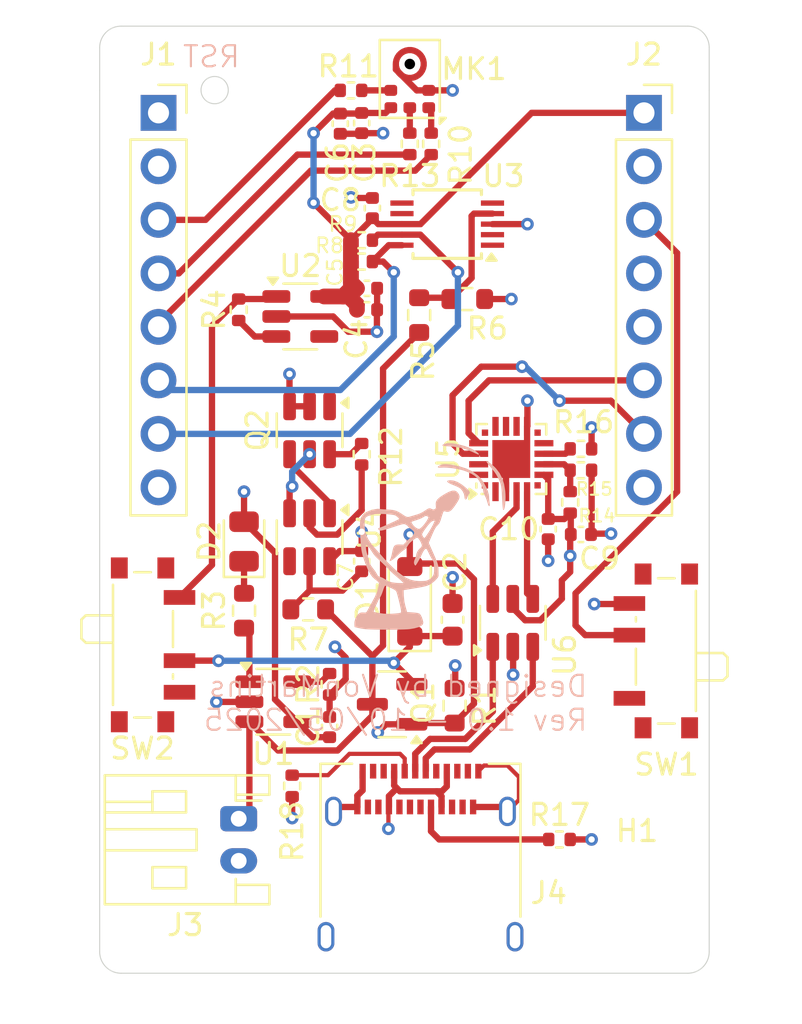
<source format=kicad_pcb>
(kicad_pcb (version 20241229) (generator "pcbnew") (generator_version "9.0")
  (layers (0 "F.Cu" signal) (4 "In1.Cu" signal) (6 "In2.Cu" signal) (2 "B.Cu" signal) (13 "F.Paste" user) (15 "B.Paste" user) (5 "F.SilkS" user "F.Silkscreen") (7 "B.SilkS" user "B.Silkscreen") (1 "F.Mask" user) (3 "B.Mask" user) (25 "Edge.Cuts" user))
  (net 0 "")
  (net 1 "Net-(MK1-DATA)")
  (net 2 "GND")
  (net 3 "Net-(MK1-BCLK)")
  (net 4 "Net-(MK1-WS)")
  (net 5 "+3.3V")
  (net 6 "VBUS")
  (net 7 "Net-(U4-VCC)")
  (net 8 "+BATT")
  (net 9 "Net-(U3-AIN0)")
  (net 10 "Net-(D2-K)")
  (net 11 "Net-(U1-STAT)")
  (net 12 "Net-(U1-PROG)")
  (net 13 "Net-(J4-CC1)")
  (net 14 "Net-(J4-CC2)")
  (net 15 "Net-(U5-~{RST})")
  (net 16 "I2C_SDA")
  (net 17 "Net-(U5-VBUS)")
  (net 18 "I2S_WS")
  (net 19 "Net-(U4-CS)")
  (net 20 "Net-(Q2-Pad6)")
  (net 22 "I2C_SCL")
  (net 23 "Net-(U2-EN)")
  (net 24 "Net-(SW2-A)")
  (net 25 "USB_D+")
  (net 26 "USB_CONN_D-")
  (net 27 "USB_D-")
  (net 28 "USB_CONN_D+")
  (net 29 "Net-(U4-OC)")
  (net 30 "Net-(U4-OD)")
  (net 34 "Net-(D1-K)")
  (net 40 "VDD")
  (net 42 "UART_USB_RX")
  (net 52 "UART_USB_TX")
  (net 55 "io00")
  (net 57 "I2S_DATA")
  (net 60 "I2S_BCLK")
  (footprint "Capacitor_SMD:C_0402_1005Metric" (layer "F.Cu") (at 137.16 75.438)
    (property "Reference" "C5")
    (property "Value" "10u")
  )
  (footprint "Capacitor_SMD:C_0402_1005Metric" (layer "F.Cu") (at 136.906 67.592 -90)
    (property "Reference" "C3")
    (property "Value" "100n")
  )
  (footprint "Capacitor_SMD:C_0402_1005Metric" (layer "F.Cu") (at 137.16 76.454)
    (property "Reference" "C4")
    (property "Value" "1u")
  )
  (footprint "Resistor_SMD:R_0402_1005Metric" (layer "F.Cu") (at 147.322 83.058 180)
    (property "Reference" "R16")
    (property "Value" "1k")
  )
  (footprint "Capacitor_SMD:C_0402_1005Metric" (layer "F.Cu") (at 135.382 96.266 90)
    (property "Reference" "C1")
    (property "Value" "100n")
  )
  (footprint "Resistor_SMD:R_0402_1005Metric" (layer "F.Cu") (at 133.604 99.058 -90)
    (property "Reference" "R18")
    (property "Value" "5.1k")
  )
  (footprint "Resistor_SMD:R_0402_1005Metric" (layer "F.Cu") (at 136.904 74.168 180)
    (property "Reference" "R8")
    (property "Value" "4.7k")
  )
  (footprint "Package_TO_SOT_SMD:SOT-23" (layer "F.Cu") (at 138.3515 95.184 180)
    (property "Reference" "Q1")
    (property "Value" "AO3401A")
  )
  (footprint "Resistor_SMD:R_0402_1005Metric" (layer "F.Cu") (at 140.208 68.58 -90)
    (property "Reference" "R10")
    (property "Value" "51")
  )
  (footprint "Connector_JST:JST_PH_S2B-PH-K_1x02_P2.00mm_Horizontal" (layer "F.Cu") (at 131.064 100.616 -90)
    (property "Reference" "J3")
    (property "Value" "JST-PH")
  )
  (footprint "Diode_SMD:D_SOD-123" (layer "F.Cu") (at 139.192 90.296 90)
    (property "Reference" "D1")
    (property "Value" "D_Schottky_Small")
  )
  (footprint "Package_TO_SOT_SMD:SOT-23-6" (layer "F.Cu") (at 144.084 91.3185 90)
    (property "Reference" "U6")
    (property "Value" "USBLC6-2SC6")
  )
  (footprint "Package_DFN_QFN:SiliconLabs_QFN-20-1EP_3x3mm_P0.5mm_EP1.8x1.8mm" (layer "F.Cu") (at 144.014 83.54 90)
    (property "Reference" "U5")
    (property "Value" "CP2102N-Axx-xQFN20")
  )
  (footprint "Resistor_SMD:R_0603_1608Metric" (layer "F.Cu") (at 139.637 76.708 -90)
    (property "Reference" "R5")
    (property "Value" "100k")
  )
  (footprint "Resistor_SMD:R_0603_1608Metric" (layer "F.Cu") (at 131.318 90.741 90)
    (property "Reference" "R3")
    (property "Value" "470")
  )
  (footprint "Package_TO_SOT_SMD:SOT-23-5" (layer "F.Cu") (at 133.9905 76.774)
    (property "Reference" "U2")
    (property "Value" "AP2112K-3.3")
  )
  (footprint "Resistor_SMD:R_0402_1005Metric" (layer "F.Cu") (at 147.32 84.074)
    (property "Reference" "R15")
    (property "Value" "47k")
  )
  (footprint "Button_Switch_SMD:SW_SPDT_PCM12" (layer "F.Cu") (at 126.822 92.362 -90)
    (property "Reference" "SW2")
    (property "Value" "SW_SPDT")
  )
  (footprint "Resistor_SMD:R_0402_1005Metric" (layer "F.Cu") (at 135.382 94.234 90)
    (property "Reference" "R2")
    (property "Value" "2k")
  )
  (footprint "Resistor_SMD:R_0402_1005Metric" (layer "F.Cu") (at 136.906 83.312 90)
    (property "Reference" "R12")
    (property "Value" "1k")
  )
  (footprint "MountingHole:MountingHole_2.2mm_M2" (layer "F.Cu") (at 149.987 104.394)
    (property "Reference" "H1")
    (property "Value" "MountingHole")
  )
  (footprint "Resistor_SMD:R_0603_1608Metric" (layer "F.Cu") (at 134.366 90.678 180)
    (property "Reference" "R7")
    (property "Value" "100")
  )
  (footprint "Capacitor_SMD:C_0402_1005Metric" (layer "F.Cu") (at 145.768 86.868 -90)
    (property "Reference" "C10")
    (property "Value" "100n")
  )
  (footprint "Capacitor_SMD:C_0402_1005Metric" (layer "F.Cu") (at 135.89 67.62 -90)
    (property "Reference" "C6")
    (property "Value" "200p")
  )
  (footprint "Resistor_SMD:R_0402_1005Metric" (layer "F.Cu") (at 146.302 101.6)
    (property "Reference" "R17")
    (property "Value" "5.1k")
  )
  (footprint "Resistor_SMD:R_0603_1608Metric" (layer "F.Cu") (at 141.321 95.25 -90)
    (property "Reference" "R1")
    (property "Value" "10k")
  )
  (footprint "Resistor_SMD:R_0402_1005Metric" (layer "F.Cu") (at 146.812 85.598 90)
    (property "Reference" "R14")
    (property "Value" "22k")
  )
  (footprint "Package_TO_SOT_SMD:SOT-23-6" (layer "F.Cu") (at 134.432 82.1745 -90)
    (property "Reference" "Q2")
    (property "Value" "FS8205A")
  )
  (footprint "Resistor_SMD:R_0402_1005Metric" (layer "F.Cu") (at 136.906 73.152 180)
    (property "Reference" "R9")
    (property "Value" "4.7k")
  )
  (footprint "Capacitor_SMD:C_0402_1005Metric" (layer "F.Cu") (at 147.32 87.122)
    (property "Reference" "C9")
    (property "Value" "4.7u")
  )
  (footprint "Capacitor_SMD:C_0603_1608Metric" (layer "F.Cu") (at 141.224 91.173 90)
    (property "Reference" "C2")
    (property "Value" "1u")
  )
  (footprint "Resistor_SMD:R_0402_1005Metric" (layer "F.Cu") (at 136.398 66.04 180)
    (property "Reference" "R11")
    (property "Value" "51")
  )
  (footprint "Resistor_SMD:R_0402_1005Metric" (layer "F.Cu") (at 139.192 68.58 -90)
    (property "Reference" "R13")
    (property "Value" "51")
  )
  (footprint "Button_Switch_SMD:SW_SPDT_PCM12" (layer "F.Cu") (at 151.054 92.65 90)
    (property "Reference" "SW1")
    (property "Value" "SW_SPDT")
  )
  (footprint "Package_TO_SOT_SMD:SOT-23-6" (layer "F.Cu") (at 134.432 87.2545 -90)
    (property "Reference" "U4")
    (property "Value" "DW01A")
  )
  (footprint "LED_SMD:LED_0805_2012Metric" (layer "F.Cu") (at 131.318 87.4545 90)
    (property "Reference" "D2")
    (property "Value" "LED")
  )
  (footprint "Package_SO:TSSOP-10_3x3mm_P0.5mm" (layer "F.Cu") (at 140.97 72.39 180)
    (property "Reference" "U3")
    (property "Value" "ADS1115IDGS")
  )
  (footprint "Package_TO_SOT_SMD:SOT-23-5" (layer "F.Cu") (at 132.7095 95.062)
    (property "Reference" "U1")
    (property "Value" "MCP73831-2-OT")
  )
  (footprint "Capacitor_SMD:C_0402_1005Metric" (layer "F.Cu") (at 136.906 88.392 90)
    (property "Reference" "C7")
    (property "Value" "100n")
  )
  (footprint "Connector_USB:USB_C_Receptacle_Amphenol_12401610E4-2A" (layer "F.Cu") (at 139.7 103.378)
    (property "Reference" "J4")
    (property "Value" "USB_C_Receptacle_USB2.0_14P")
  )
  (footprint "Resistor_SMD:R_0603_1608Metric" (layer "F.Cu") (at 141.923 75.946 180)
    (property "Reference" "R6")
    (property "Value" "100k")
  )
  (footprint "Sensor_Audio:Knowles_SPH0645LM4H-6_3.5x2.65mm" (layer "F.Cu") (at 139.192 65.498 180)
    (property "Reference" "MK1")
    (property "Value" "SPH0645LM4H")
  )
  (footprint "Connector_PinSocket_2.54mm:PinSocket_1x08_P2.54mm_Vertical" (layer "F.Cu") (at 150.3172 67.1068)
    (property "Reference" "J2")
    (property "Value" "Conn_01x08_Socket")
  )
  (footprint "LOGO" (layer "F.Cu") (at 139.065 88.011)
    (property "Reference" "G***" (hide yes))
    (property "Value" "LOGO" (hide yes))
  )
  (footprint "Capacitor_SMD:C_0402_1005Metric" (layer "F.Cu") (at 137.414 71.628 90)
    (property "Reference" "C8")
    (property "Value" "100n")
  )
  (footprint "Resistor_SMD:R_0402_1005Metric" (layer "F.Cu") (at 131.064 76.454 90)
    (property "Reference" "R4")
    (property "Value" "100k")
  )
  (footprint "Connector_PinSocket_2.54mm:PinSocket_1x08_P2.54mm_Vertical" (layer "F.Cu") (at 127.254 67.1068)
    (property "Reference" "J1")
    (property "Value" "Conn_01x08_Socket")
  )
  (gr_arc (start 153.416 106.934) (mid 153.11842 107.65242) (end 152.4 107.95) (stroke (width 0.05)) (layer "Edge.Cuts"))
  (gr_arc (start 124.46 64.008) (mid 124.75758 63.28958) (end 125.476 62.992) (stroke (width 0.05)) (layer "Edge.Cuts"))
  (gr_line (start 153.416 106.934) (end 153.416 66.04) (stroke (width 0.05)) (layer "Edge.Cuts"))
  (gr_arc (start 152.4 62.992) (mid 153.11842 63.28958) (end 153.416 64.008) (stroke (width 0.05)) (layer "Edge.Cuts"))
  (gr_line (start 124.46 66.04) (end 124.46 106.934) (stroke (width 0.05)) (layer "Edge.Cuts"))
  (gr_line (start 124.46 66.04) (end 124.46 64.008) (stroke (width 0.05)) (layer "Edge.Cuts"))
  (gr_line (start 152.4 62.992) (end 125.476 62.992) (stroke (width 0.05)) (layer "Edge.Cuts"))
  (gr_arc (start 125.476 107.95) (mid 124.75758 107.65242) (end 124.46 106.934) (stroke (width 0.05)) (layer "Edge.Cuts"))
  (gr_circle (center 129.921 66.027425) (end 130.556 66.154425) (stroke (width 0.05)) (fill no) (layer "Edge.Cuts"))
  (gr_line (start 125.476 107.95) (end 152.4 107.95) (stroke (width 0.05)) (layer "Edge.Cuts"))
  (gr_line (start 153.416 66.04) (end 153.416 64.008) (stroke (width 0.05)) (layer "Edge.Cuts"))
  (gr_text "Designed by VonMartins \nRev 1.0 - 10/05/2025" (at 147.701 96.52 0) (layer "B.SilkS") (effects (font (size 1 1) (thickness 0.1)) (justify left bottom mirror)))
  (gr_text "RST" (at 131.191 65.024 0) (layer "B.SilkS") (effects (font (size 1 1) (thickness 0.1)) (justify left bottom mirror)))
  (segment (start 139.192 68.07) (end 139.192 66.862) (width 0.3) (layer "F.Cu") (net 1))
  (segment (start 135.382 88.392) (end 135.862 87.912) (width 0.3) (layer "F.Cu") (net 2))
  (segment (start 135.78 100.058) (end 135.57 100.268) (width 0.3) (layer "F.Cu") (net 2))
  (segment (start 142.45 98.358) (end 142.716 98.092) (width 0.2) (layer "F.Cu") (net 2))
  (segment (start 136.95 99.27) (end 136.95 98.358) (width 0.3) (layer "F.Cu") (net 2))
  (segment (start 144.1009 92.4729) (end 144.084 92.456) (width 0.3) (layer "F.Cu") (net 2))
  (segment (start 131.563435 95.070565) (end 131.572 95.062) (width 0.3) (layer "F.Cu") (net 2))
  (segment (start 136.144 92.964) (end 135.636 92.456) (width 0.3) (layer "F.Cu") (net 2))
  (segment (start 144.764 81.99) (end 144.764 82.79) (width 0.3) (layer "F.Cu") (net 2))
  (segment (start 149.6 90.424) (end 149.624 90.4) (width 0.3) (layer "F.Cu") (net 2))
  (segment (start 142.748 75.946) (end 144.018 75.946) (width 0.3) (layer "F.Cu") (net 2))
  (segment (start 135.382 94.744) (end 136.144 93.982) (width 0.3) (layer "F.Cu") (net 2))
  (segment (start 137.64 76.454) (end 137.64 75.438) (width 0.3) (layer "F.Cu") (net 2))
  (segment (start 137.922 68.072) (end 136.906 68.072) (width 0.3) (layer "F.Cu") (net 2))
  (segment (start 141.351 93.345) (end 141.351 94.395) (width 0.3) (layer "F.Cu") (net 2))
  (segment (start 136.144 93.982) (end 136.144 92.964) (width 0.3) (layer "F.Cu") (net 2))
  (segment (start 140.092 66.04) (end 139.523347 66.04) (width 0.3) (layer "F.Cu") (net 2))
  (segment (start 136.906 87.912) (end 136.906 86.995) (width 0.3) (layer "F.Cu") (net 2))
  (segment (start 133.477 81.032) (end 133.482 81.037) (width 0.3) (layer "F.Cu") (net 2))
  (segment (start 138.53 65.046653) (end 138.53 64.788) (width 0.3) (layer "F.Cu") (net 2))
  (segment (start 142.2 100.058) (end 143.62 100.058) (width 0.3) (layer "F.Cu") (net 2))
  (segment (start 143.833562 98.092) (end 144.376 98.634438) (width 0.2) (layer "F.Cu") (net 2))
  (segment (start 141.224 89.154) (end 141.224 90.398) (width 0.3) (layer "F.Cu") (net 2))
  (segment (start 143.764 85.09) (end 143.764 83.79) (width 0.3) (layer "F.Cu") (net 2))
  (segment (start 144.376 99.722) (end 143.83 100.268) (width 0.2) (layer "F.Cu") (net 2))
  (segment (start 135.41 95.758) (end 135.382 95.786) (width 0.3) (layer "F.Cu") (net 2))
  (segment (start 136.7 100.058) (end 135.78 100.058) (width 0.3) (layer "F.Cu") (net 2))
  (segment (start 130.004138 95.070565) (end 131.563435 95.070565) (width 0.3) (layer "F.Cu") (net 2))
  (segment (start 144.78 80.772) (end 144.78 81.974) (width 0.3) (layer "F.Cu") (net 2))
  (segment (start 148.751468 87.082303) (end 147.839697 87.082303) (width 0.3) (layer "F.Cu") (net 2))
  (segment (start 136.878 68.1) (end 136.906 68.072) (width 0.3) (layer "F.Cu") (net 2))
  (segment (start 135.553178 76.774) (end 136.274905 77.495727) (width 0.3) (layer "F.Cu") (net 2))
  (segment (start 136.7 100.058) (end 136.7 99.52) (width 0.3) (layer "F.Cu") (net 2))
  (segment (start 137.629889 77.495727) (end 137.629889 76.464111) (width 0.3) (layer "F.Cu") (net 2))
  (segment (start 144.78 81.974) (end 144.764 81.99) (width 0.3) (layer "F.Cu") (net 2))
  (segment (start 134.432 81.037) (end 133.482 81.037) (width 0.3) (layer "F.Cu") (net 2))
  (segment (start 137.414 71.148) (end 136.426 71.148) (width 0.3) (layer "F.Cu") (net 2))
  (segment (start 139.523347 66.04) (end 138.53 65.046653) (width 0.3) (layer "F.Cu") (net 2))
  (segment (start 142.716 98.092) (end 143.833562 98.092) (width 0.2) (layer "F.Cu") (net 2))
  (segment (start 133.604 99.568) (end 133.604 100.584) (width 0.3) (layer "F.Cu") (net 2))
  (segment (start 143.12 72.39) (end 144.78 72.39) (width 0.3) (layer "F.Cu") (net 2))
  (segment (start 145.764465 88.370168) (end 145.764465 87.351535) (width 0.3) (layer "F.Cu") (net 2))
  (segment (start 146.812 101.6) (end 147.828 101.6) (width 0.3) (layer "F.Cu") (net 2))
  (segment (start 144.1009 93.778834) (end 144.1009 92.4729) (width 0.3) (layer "F.Cu") (net 2))
  (segment (start 147.83 87.092) (end 147.8 87.122) (width 0.3) (layer "F.Cu") (net 2))
  (segment (start 137.629889 76.464111) (end 137.64 76.454) (width 0.3) (layer "F.Cu") (net 2))
  (segment (start 147.83 84.074) (end 147.83 87.092) (width 0.3) (layer "F.Cu") (net 2))
  (segment (start 141.351 94.395) (end 141.321 94.425) (width 0.3) (layer "F.Cu") (net 2))
  (segment (start 145.764465 87.351535) (end 145.768 87.348) (width 0.3) (layer "F.Cu") (net 2))
  (segment (start 135.862 87.912) (end 136.906 87.912) (width 0.3) (layer "F.Cu") (net 2))
  (segment (start 135.89 68.1) (end 136.878 68.1) (width 0.3) (layer "F.Cu") (net 2))
  (segment (start 136.274905 77.495727) (end 137.629889 77.495727) (width 0.3) (layer "F.Cu") (net 2))
  (segment (start 136.426 71.148) (end 136.398 71.12) (width 0.3) (layer "F.Cu") (net 2))
  (segment (start 144.764 82.79) (end 144.014 83.54) (width 0.3) (layer "F.Cu") (net 2))
  (segment (start 135.382 94.744) (end 135.382 95.786) (width 0.3) (layer "F.Cu") (net 2))
  (segment (start 144.376 98.634438) (end 144.376 99.722) (width 0.2) (layer "F.Cu") (net 2))
  (segment (start 141.224 66.04) (end 140.092 66.04) (width 0.3) (layer "F.Cu") (net 2))
  (segment (start 147.955 90.424) (end 149.6 90.424) (width 0.3) (layer "F.Cu") (net 2))
  (segment (start 143.764 83.79) (end 144.014 83.54) (width 0.3) (layer "F.Cu") (net 2))
  (segment (start 132.853 76.774) (end 135.553178 76.774) (width 0.3) (layer "F.Cu") (net 2))
  (segment (start 133.477 79.502) (end 133.477 81.032) (width 0.3) (layer "F.Cu") (net 2))
  (segment (start 147.839697 87.082303) (end 147.8 87.122) (width 0.3) (layer "F.Cu") (net 2))
  (segment (start 136.7 99.52) (end 136.95 99.27) (width 0.3) (layer "F.Cu") (net 2))
  (segment (start 143.62 100.058) (end 143.83 100.268) (width 0.3) (layer "F.Cu") (net 2))
  (via (at 136.906 86.995) (size 0.6) (drill 0.3) (layers "F.Cu" "B.Cu") (net 2))
  (via (at 144.1009 93.778834) (size 0.6) (drill 0.3) (layers "F.Cu" "B.Cu") (net 2))
  (via (at 137.629889 77.495727) (size 0.6) (drill 0.3) (layers "F.Cu" "B.Cu") (net 2))
  (via (at 147.828 101.6) (size 0.6) (drill 0.3) (layers "F.Cu" "B.Cu") (net 2))
  (via (at 148.751468 87.082303) (size 0.6) (drill 0.3) (layers "F.Cu" "B.Cu") (net 2))
  (via (at 145.764465 88.370168) (size 0.6) (drill 0.3) (layers "F.Cu" "B.Cu") (net 2))
  (via (at 144.78 72.39) (size 0.6) (drill 0.3) (layers "F.Cu" "B.Cu") (net 2))
  (via (at 130.004138 95.070565) (size 0.6) (drill 0.3) (layers "F.Cu" "B.Cu") (net 2))
  (via (at 135.636 92.456) (size 0.6) (drill 0.3) (layers "F.Cu" "B.Cu") (net 2))
  (via (at 133.477 79.502) (size 0.6) (drill 0.3) (layers "F.Cu" "B.Cu") (net 2))
  (via (at 137.922 68.072) (size 0.6) (drill 0.3) (layers "F.Cu" "B.Cu") (net 2))
  (via (at 141.224 89.154) (size 0.6) (drill 0.3) (layers "F.Cu" "B.Cu") (net 2))
  (via (at 141.224 66.04) (size 0.6) (drill 0.3) (layers "F.Cu" "B.Cu") (net 2))
  (via (at 144.78 80.772) (size 0.6) (drill 0.3) (layers "F.Cu" "B.Cu") (net 2))
  (via (at 136.398 71.12) (size 0.6) (drill 0.3) (layers "F.Cu" "B.Cu") (net 2))
  (via (at 144.018 75.946) (size 0.6) (drill 0.3) (layers "F.Cu" "B.Cu") (net 2))
  (via (at 133.604 100.584) (size 0.6) (drill 0.3) (layers "F.Cu" "B.Cu") (net 2))
  (via (at 147.955 90.424) (size 0.6) (drill 0.3) (layers "F.Cu" "B.Cu") (net 2))
  (via (at 141.351 93.345) (size 0.6) (drill 0.3) (layers "F.Cu" "B.Cu") (net 2))
  (segment (start 136.908 66.04) (end 138.292 66.04) (width 0.3) (layer "F.Cu") (net 3))
  (segment (start 140.208 68.07) (end 140.208 66.978) (width 0.3) (layer "F.Cu") (net 4))
  (segment (start 140.208 66.978) (end 140.092 66.862) (width 0.3) (layer "F.Cu") (net 4))
  (segment (start 138.82 72.39) (end 139.697 72.39) (width 0.3) (layer "F.Cu") (net 5))
  (segment (start 136.906 67.112) (end 138.042 67.112) (width 0.3) (layer "F.Cu") (net 5))
  (segment (start 136.68 75.438) (end 136.394 75.152) (width 0.75) (layer "F.Cu") (net 5))
  (segment (start 136.394 75.447) (end 136.017 75.824) (width 0.75) (layer "F.Cu") (net 5))
  (segment (start 136.294 75.824) (end 136.68 75.438) (width 0.75) (layer "F.Cu") (net 5))
  (segment (start 135.89 67.14) (end 135.552 67.14) (width 0.3) (layer "F.Cu") (net 5))
  (segment (start 136.394 75.152) (end 136.396 75.15) (width 0.75) (layer "F.Cu") (net 5))
  (segment (start 136.396 74.166) (end 136.394 74.168) (width 0.3) (layer "F.Cu") (net 5))
  (segment (start 135.128 75.824) (end 136.017 75.824) (width 0.75) (layer "F.Cu") (net 5))
  (segment (start 136.394 75.152) (end 136.394 74.168) (width 0.75) (layer "F.Cu") (net 5))
  (segment (start 144.9802 67.1068) (end 150.3172 67.1068) (width 0.3) (layer "F.Cu") (net 5))
  (segment (start 136.878 67.14) (end 136.906 67.112) (width 0.3) (layer "F.Cu") (net 5))
  (segment (start 137.414 72.134) (end 136.396 73.152) (width 0.3) (layer "F.Cu") (net 5))
  (segment (start 138.82 72.39) (end 137.696 72.39) (width 0.3) (layer "F.Cu") (net 5))
  (segment (start 135.552 67.14) (end 134.62 68.072) (width 0.3) (layer "F.Cu") (net 5))
  (segment (start 135.89 67.14) (end 136.878 67.14) (width 0.3) (layer "F.Cu") (net 5))
  (segment (start 137.696 72.39) (end 137.414 72.108) (width 0.3) (layer "F.Cu") (net 5))
  (segment (start 136.68 76.21) (end 136.294 75.824) (width 0.75) (layer "F.Cu") (net 5))
  (segment (start 136.68 76.454) (end 136.68 76.21) (width 0.75) (layer "F.Cu") (net 5))
  (segment (start 136.017 75.824) (end 136.294 75.824) (width 0.75) (layer "F.Cu") (net 5))
  (segment (start 134.62 71.374) (end 134.62 71.376) (width 0.3) (layer "F.Cu") (net 5))
  (segment (start 136.394 75.152) (end 136.394 75.447) (width 0.75) (layer "F.Cu") (net 5))
  (segment (start 134.62 71.376) (end 136.396 73.152) (width 0.3) (layer "F.Cu") (net 5))
  (segment (start 136.396 75.15) (end 136.396 73.152) (width 0.75) (layer "F.Cu") (net 5))
  (segment (start 139.697 72.39) (end 144.9802 67.1068) (width 0.3) (layer "F.Cu") (net 5))
  (segment (start 138.042 67.112) (end 138.292 66.862) (width 0.3) (layer "F.Cu") (net 5))
  (segment (start 137.414 72.108) (end 137.414 72.134) (width 0.3) (layer "F.Cu") (net 5))
  (via (at 134.62 71.374) (size 0.6) (drill 0.3) (layers "F.Cu" "B.Cu") (net 5))
  (via (at 134.62 68.072) (size 0.6) (drill 0.3) (layers "F.Cu" "B.Cu") (net 5))
  (segment (start 134.62 68.072) (end 134.62 71.374) (width 0.3) (layer "B.Cu") (net 5))
  (segment (start 141.493654 88.503) (end 139.335 88.503) (width 0.3) (layer "F.Cu") (net 6))
  (segment (start 141.321 96.075) (end 142.24 95.156) (width 0.3) (layer "F.Cu") (net 6))
  (segment (start 135.382 96.746) (end 134.581 96.746) (width 0.3) (layer "F.Cu") (net 6))
  (segment (start 146.812 88.138) (end 146.812 87.15) (width 0.3) (layer "F.Cu") (net 6))
  (segment (start 138.45 98.358) (end 138.45 99.04) (width 0.3) (layer "F.Cu") (net 6))
  (segment (start 139.192 87.122) (end 139.192 88.646) (width 0.3) (layer "F.Cu") (net 6))
  (segment (start 147.828 83.054) (end 147.832 83.058) (width 0.3) (layer "F.Cu") (net 6))
  (segment (start 139.348 96.075) (end 139.289 96.134) (width 0.3) (layer "F.Cu") (net 6))
  (segment (start 140.716 99.314) (end 140.95 99.08) (width 0.3) (layer "F.Cu") (net 6))
  (segment (start 145.768 86.388) (end 145.768 84.494) (width 0.3) (layer "F.Cu") (net 6))
  (segment (start 140.95 99.08) (end 140.95 98.358) (width 0.3) (layer "F.Cu") (net 6))
  (segment (start 138.176 101.092) (end 138.176 100.082) (width 0.2) (layer "F.Cu") (net 6))
  (segment (start 146.415465 89.296535) (end 146.812 88.9) (width 0.3) (layer "F.Cu") (net 6))
  (segment (start 146.84 86.136) (end 146.812 86.108) (width 0.3) (layer "F.Cu") (net 6))
  (segment (start 134.581 96.746) (end 133.847 96.012) (width 0.3) (layer "F.Cu") (net 6))
  (segment (start 144.084 90.606178) (end 144.672322 91.1945) (width 0.3) (layer "F.Cu") (net 6))
  (segment (start 139.335 88.503) (end 139.192 88.646) (width 0.3) (layer "F.Cu") (net 6))
  (segment (start 131.318 85.09) (end 131.318 86.517) (width 0.3) (layer "F.Cu") (net 6))
  (segment (start 145.768 84.494) (end 145.564 84.29) (width 0.3) (layer "F.Cu") (net 6))
  (segment (start 141.321 96.075) (end 139.348 96.075) (width 0.3) (layer "F.Cu") (net 6))
  (segment (start 139.289 96.134) (end 138.054 96.134) (width 0.3) (layer "F.Cu") (net 6))
  (segment (start 145.395678 91.1945) (end 146.415465 90.174713) (width 0.3) (layer "F.Cu") (net 6))
  (segment (start 140.7 100.058) (end 140.7 99.552) (width 0.3) (layer "F.Cu") (net 6))
  (segment (start 138.054 96.134) (end 137.668 96.52) (width 0.3) (layer "F.Cu") (net 6))
  (segment (start 138.2 100.058) (end 138.2 99.544) (width 0.3) (layer "F.Cu") (net 6))
  (segment (start 144.672322 91.1945) (end 145.395678 91.1945) (width 0.3) (layer "F.Cu") (net 6))
  (segment (start 144.084 90.181) (end 144.084 90.606178) (width 0.3) (layer "F.Cu") (net 6))
  (segment (start 138.2 99.544) (end 138.577 99.167) (width 0.3) (layer "F.Cu") (net 6))
  (segment (start 146.84 87.122) (end 146.84 86.136) (width 0.3) (layer "F.Cu") (net 6))
  (segment (start 138.724 99.314) (end 140.462 99.314) (width 0.3) (layer "F.Cu") (net 6))
  (segment (start 138.176 100.082) (end 138.2 100.058) (width 0.2) (layer "F.Cu") (net 6))
  (segment (start 142.24 89.249346) (end 141.493654 88.503) (width 0.3) (layer "F.Cu") (net 6))
  (segment (start 146.532 86.388) (end 146.812 86.108) (width 0.3) (layer "F.Cu") (net 6))
  (segment (start 142.24 95.156) (end 142.24 89.249346) (width 0.3) (layer "F.Cu") (net 6))
  (segment (start 132.79 87.989) (end 131.3665 86.5655) (width 0.3) (layer "F.Cu") (net 6))
  (segment (start 146.812 88.9) (end 146.812 88.138) (width 0.3) (layer "F.Cu") (net 6))
  (segment (start 146.415465 90.174713) (end 146.415465 89.296535) (width 0.3) (layer "F.Cu") (net 6))
  (segment (start 140.462 99.314) (end 140.716 99.314) (width 0.3) (layer "F.Cu") (net 6))
  (segment (start 131.3665 86.5655) (end 131.318 86.517) (width 0.3) (layer "F.Cu") (net 6))
  (segment (start 133.847 96.012) (end 132.79 94.955) (width 0.3) (layer "F.Cu") (net 6))
  (segment (start 146.812 87.15) (end 146.84 87.122) (width 0.3) (layer "F.Cu") (net 6))
  (segment (start 140.7 99.552) (end 140.462 99.314) (width 0.3) (layer "F.Cu") (net 6))
  (segment (start 138.45 99.04) (end 138.724 99.314) (width 0.3) (layer "F.Cu") (net 6))
  (segment (start 132.79 94.955) (end 132.79 87.989) (width 0.3) (layer "F.Cu") (net 6))
  (segment (start 145.768 86.388) (end 146.532 86.388) (width 0.3) (layer "F.Cu") (net 6))
  (segment (start 147.828 82.042) (end 147.828 83.054) (width 0.3) (layer "F.Cu") (net 6))
  (via (at 137.668 96.52) (size 0.6) (drill 0.3) (layers "F.Cu" "B.Cu") (net 6))
  (via (at 139.192 87.122) (size 0.6) (drill 0.3) (layers "F.Cu" "B.Cu") (net 6))
  (via (at 131.318 85.09) (size 0.6) (drill 0.3) (layers "F.Cu" "B.Cu") (net 6))
  (via (at 147.828 82.042) (size 0.6) (drill 0.3) (layers "F.Cu" "B.Cu") (net 6))
  (via (at 146.812 88.138) (size 0.6) (drill 0.3) (layers "F.Cu" "B.Cu") (net 6))
  (via (at 138.176 101.092) (size 0.6) (drill 0.3) (layers "F.Cu" "B.Cu") (net 6))
  (segment (start 134.432 89.787) (end 134.432 88.392) (width 0.3) (layer "F.Cu") (net 7))
  (segment (start 136.906 88.872) (end 135.991 89.787) (width 0.3) (layer "F.Cu") (net 7))
  (segment (start 135.991 89.787) (end 134.432 89.787) (width 0.3) (layer "F.Cu") (net 7))
  (segment (start 133.541 90.678) (end 134.432 89.787) (width 0.3) (layer "F.Cu") (net 7))
  (segment (start 137.414 92.901) (end 135.191 90.678) (width 0.3) (layer "F.Cu") (net 8))
  (segment (start 137.414 92.901) (end 137.922 92.393) (width 0.3) (layer "F.Cu") (net 8))
  (segment (start 135.75926 97.377) (end 137.414 95.72226) (width 0.3) (layer "F.Cu") (net 8))
  (segment (start 132.937 97.377) (end 135.75926 97.377) (width 0.3) (layer "F.Cu") (net 8))
  (segment (start 131.572 96.012) (end 132.937 97.377) (width 0.3) (layer "F.Cu") (net 8))
  (segment (start 137.922 92.393) (end 137.922 79.248) (width 0.3) (layer "F.Cu") (net 8))
  (segment (start 137.414 95.72226) (end 137.414 95.184) (width 0.3) (layer "F.Cu") (net 8))
  (segment (start 131.572 100.108) (end 131.572 96.012) (width 0.3) (layer "F.Cu") (net 8))
  (segment (start 131.064 100.616) (end 131.572 100.108) (width 0.3) (layer "F.Cu") (net 8))
  (segment (start 137.922 79.248) (end 139.637 77.533) (width 0.3) (layer "F.Cu") (net 8))
  (segment (start 137.414 95.184) (end 137.414 92.901) (width 0.3) (layer "F.Cu") (net 8))
  (segment (start 142.129 74.945654) (end 142.129 72.004) (width 0.3) (layer "F.Cu") (net 9))
  (segment (start 139.637 75.883) (end 141.035 75.883) (width 0.3) (layer "F.Cu") (net 9))
  (segment (start 141.098 75.946) (end 141.128654 75.946) (width 0.3) (layer "F.Cu") (net 9))
  (segment (start 142.243 71.89) (end 143.12 71.89) (width 0.3) (layer "F.Cu") (net 9))
  (segment (start 142.129 72.004) (end 142.243 71.89) (width 0.3) (layer "F.Cu") (net 9))
  (segment (start 141.128654 75.946) (end 142.129 74.945654) (width 0.3) (layer "F.Cu") (net 9))
  (segment (start 141.035 75.883) (end 141.098 75.946) (width 0.3) (layer "F.Cu") (net 9))
  (segment (start 131.318 89.916) (end 131.318 88.392) (width 0.3) (layer "F.Cu") (net 10))
  (segment (start 131.572 94.112) (end 131.572 91.82) (width 0.3) (layer "F.Cu") (net 11))
  (segment (start 131.572 91.82) (end 131.318 91.566) (width 0.3) (layer "F.Cu") (net 11))
  (segment (start 133.847 94.112) (end 134.994 94.112) (width 0.3) (layer "F.Cu") (net 12))
  (segment (start 134.994 94.112) (end 135.382 93.724) (width 0.3) (layer "F.Cu") (net 12))
  (segment (start 136.324313 97.536) (end 135.312313 98.548) (width 0.2) (layer "F.Cu") (net 13))
  (segment (start 138.95 98.358) (end 138.95 97.756) (width 0.2) (layer "F.Cu") (net 13))
  (segment (start 135.312313 98.548) (end 133.604 98.548) (width 0.2) (layer "F.Cu") (net 13))
  (segment (start 138.95 97.756) (end 138.73 97.536) (width 0.2) (layer "F.Cu") (net 13))
  (segment (start 138.73 97.536) (end 136.324313 97.536) (width 0.2) (layer "F.Cu") (net 13))
  (segment (start 145.792 101.6) (end 140.589 101.6) (width 0.3) (layer "F.Cu") (net 14))
  (segment (start 140.589 101.6) (end 140.2 101.211) (width 0.3) (layer "F.Cu") (net 14))
  (segment (start 140.2 101.211) (end 140.2 100.058) (width 0.3) (layer "F.Cu") (net 14))
  (segment (start 145.564 83.29) (end 146.58 83.29) (width 0.3) (layer "F.Cu") (net 15))
  (segment (start 146.58 83.29) (end 146.812 83.058) (width 0.3) (layer "F.Cu") (net 15))
  (segment (start 139.692 72.89) (end 141.478 74.676) (width 0.3) (layer "F.Cu") (net 16))
  (segment (start 137.678 72.89) (end 137.416 73.152) (width 0.3) (layer "F.Cu") (net 16))
  (segment (start 138.82 72.89) (end 137.678 72.89) (width 0.3) (layer "F.Cu") (net 16))
  (segment (start 138.82 72.89) (end 139.692 72.89) (width 0.3) (layer "F.Cu") (net 16))
  (via (at 141.478 74.676) (size 0.6) (drill 0.3) (layers "F.Cu" "B.Cu") (net 16))
  (segment (start 136.3472 82.3468) (end 127.254 82.3468) (width 0.3) (layer "B.Cu") (net 16))
  (segment (start 141.478 74.676) (end 141.478 77.216) (width 0.3) (layer "B.Cu") (net 16))
  (segment (start 141.478 77.216) (end 136.3472 82.3468) (width 0.3) (layer "B.Cu") (net 16))
  (segment (start 146.526 83.79) (end 146.81 84.074) (width 0.3) (layer "F.Cu") (net 17))
  (segment (start 146.812 85.088) (end 146.812 84.076) (width 0.3) (layer "F.Cu") (net 17))
  (segment (start 146.812 84.076) (end 146.81 84.074) (width 0.3) (layer "F.Cu") (net 17))
  (segment (start 145.564 83.79) (end 146.526 83.79) (width 0.3) (layer "F.Cu") (net 17))
  (segment (start 134.493 69.85) (end 127.254 77.089) (width 0.3) (layer "F.Cu") (net 18))
  (segment (start 140.208 69.09) (end 139.448 69.85) (width 0.3) (layer "F.Cu") (net 18))
  (segment (start 139.448 69.85) (end 134.493 69.85) (width 0.3) (layer "F.Cu") (net 18))
  (segment (start 127.254 77.089) (end 127.254 77.2668) (width 0.3) (layer "F.Cu") (net 18))
  (segment (start 134.432 86.779499) (end 134.432 86.117) (width 0.3) (layer "F.Cu") (net 19))
  (segment (start 134.783001 87.1305) (end 134.432 86.779499) (width 0.3) (layer "F.Cu") (net 19))
  (segment (start 136.906 83.822) (end 136.906 85.968178) (width 0.3) (layer "F.Cu") (net 19))
  (segment (start 135.743678 87.1305) (end 134.783001 87.1305) (width 0.3) (layer "F.Cu") (net 19))
  (segment (start 136.906 85.968178) (end 135.743678 87.1305) (width 0.3) (layer "F.Cu") (net 19))
  (segment (start 135.382 83.312) (end 136.396 83.312) (width 0.3) (layer "F.Cu") (net 20))
  (segment (start 136.396 83.312) (end 136.906 82.802) (width 0.3) (layer "F.Cu") (net 20))
  (segment (start 138.192 73.39) (end 137.414 74.168) (width 0.3) (layer "F.Cu") (net 22))
  (segment (start 137.414 74.168) (end 137.922 74.168) (width 0.3) (layer "F.Cu") (net 22))
  (segment (start 138.82 73.39) (end 138.192 73.39) (width 0.3) (layer "F.Cu") (net 22))
  (segment (start 137.922 74.168) (end 138.43 74.676) (width 0.3) (layer "F.Cu") (net 22))
  (via (at 138.43 74.676) (size 0.6) (drill 0.3) (layers "F.Cu" "B.Cu") (net 22))
  (segment (start 127.7112 80.264) (end 127.254 79.8068) (width 0.3) (layer "B.Cu") (net 22))
  (segment (start 138.43 77.724) (end 135.89 80.264) (width 0.3) (layer "B.Cu") (net 22))
  (segment (start 138.43 74.676) (end 138.43 77.724) (width 0.3) (layer "B.Cu") (net 22))
  (segment (start 135.89 80.264) (end 127.7112 80.264) (width 0.3) (layer "B.Cu") (net 22))
  (segment (start 131.824 77.724) (end 132.853 77.724) (width 0.3) (layer "F.Cu") (net 23))
  (segment (start 131.064 76.964) (end 131.824 77.724) (width 0.3) (layer "F.Cu") (net 23))
  (segment (start 132.733 75.944) (end 132.853 75.824) (width 0.3) (layer "F.Cu") (net 24))
  (segment (start 128.252 90.112) (end 129.794 88.57) (width 0.3) (layer "F.Cu") (net 24))
  (segment (start 129.794 88.57) (end 129.794 77.214) (width 0.3) (layer "F.Cu") (net 24))
  (segment (start 131.064 75.944) (end 132.733 75.944) (width 0.3) (layer "F.Cu") (net 24))
  (segment (start 129.794 77.214) (end 131.064 75.944) (width 0.3) (layer "F.Cu") (net 24))
  (segment (start 144.264 85.86) (end 143.134 86.99) (width 0.3) (layer "F.Cu") (net 25))
  (segment (start 143.134 86.99) (end 143.134 90.181) (width 0.3) (layer "F.Cu") (net 25))
  (segment (start 144.264 85.09) (end 144.264 85.86) (width 0.3) (layer "F.Cu") (net 25))
  (segment (start 139.95 98.358) (end 139.95 97.74052) (width 0.3) (layer "F.Cu") (net 26))
  (segment (start 142.037294 97.327) (end 145.034 94.330294) (width 0.3) (layer "F.Cu") (net 26))
  (segment (start 139.95 97.74052) (end 140.36352 97.327) (width 0.3) (layer "F.Cu") (net 26))
  (segment (start 145.034 94.330294) (end 145.034 92.456) (width 0.3) (layer "F.Cu") (net 26))
  (segment (start 140.36352 97.327) (end 142.037294 97.327) (width 0.3) (layer "F.Cu") (net 26))
  (segment (start 144.764 89.911) (end 144.764 85.09) (width 0.3) (layer "F.Cu") (net 27))
  (segment (start 145.034 90.181) (end 144.764 89.911) (width 0.3) (layer "F.Cu") (net 27))
  (segment (start 139.45 97.532) (end 140.156 96.826) (width 0.3) (layer "F.Cu") (net 28))
  (segment (start 141.829774 96.826) (end 143.134 95.521774) (width 0.3) (layer "F.Cu") (net 28))
  (segment (start 139.45 98.358) (end 139.45 97.532) (width 0.3) (layer "F.Cu") (net 28))
  (segment (start 143.134 95.521774) (end 143.134 92.456) (width 0.3) (layer "F.Cu") (net 28))
  (segment (start 140.156 96.826) (end 141.829774 96.826) (width 0.3) (layer "F.Cu") (net 28))
  (segment (start 133.482 84.958) (end 133.604 84.836) (width 0.3) (layer "F.Cu") (net 29))
  (segment (start 133.482 86.117) (end 133.482 84.958) (width 0.3) (layer "F.Cu") (net 29))
  (via (at 133.604 84.836) (size 0.6) (drill 0.3) (layers "F.Cu" "B.Cu") (net 29))
  (via (at 134.432 83.312) (size 0.6) (drill 0.3) (layers "F.Cu" "B.Cu") (net 29))
  (segment (start 133.604 84.14) (end 134.432 83.312) (width 0.3) (layer "B.Cu") (net 29))
  (segment (start 133.604 84.836) (end 133.604 84.14) (width 0.3) (layer "B.Cu") (net 29))
  (segment (start 133.482 83.737178) (end 133.482 83.312) (width 0.3) (layer "F.Cu") (net 30))
  (segment (start 135.382 86.117) (end 135.382 85.637178) (width 0.3) (layer "F.Cu") (net 30))
  (segment (start 135.382 85.637178) (end 133.482 83.737178) (width 0.3) (layer "F.Cu") (net 30))
  (segment (start 130.098789 93.112) (end 130.104753 93.117964) (width 0.3) (layer "F.Cu") (net 34))
  (segment (start 128.252 93.112) (end 130.098789 93.112) (width 0.3) (layer "F.Cu") (net 34))
  (segment (start 141.222 91.946) (end 141.224 91.948) (width 0.3) (layer "F.Cu") (net 34))
  (segment (start 138.43 93.218) (end 139.289 94.077) (width 0.3) (layer "F.Cu") (net 34))
  (segment (start 139.192 91.946) (end 141.222 91.946) (width 0.3) (layer "F.Cu") (net 34))
  (segment (start 139.192 92.456) (end 139.192 91.946) (width 0.3) (layer "F.Cu") (net 34))
  (segment (start 139.289 94.077) (end 139.289 94.234) (width 0.3) (layer "F.Cu") (net 34))
  (segment (start 138.43 93.218) (end 139.192 92.456) (width 0.3) (layer "F.Cu") (net 34))
  (via (at 130.104753 93.117964) (size 0.6) (drill 0.3) (layers "F.Cu" "B.Cu") (net 34))
  (via (at 138.43 93.218) (size 0.6) (drill 0.3) (layers "F.Cu" "B.Cu") (net 34))
  (segment (start 138.329964 93.117964) (end 138.43 93.218) (width 0.3) (layer "B.Cu") (net 34))
  (segment (start 130.104753 93.117964) (end 138.329964 93.117964) (width 0.3) (layer "B.Cu") (net 34))
  (segment (start 142.9512 79.8068) (end 150.3172 79.8068) (width 0.3) (layer "F.Cu") (net 42))
  (segment (start 141.986 80.772) (end 142.9512 79.8068) (width 0.3) (layer "F.Cu") (net 42))
  (segment (start 142.464 82.79) (end 141.986 82.312) (width 0.3) (layer "F.Cu") (net 42))
  (segment (start 141.986 82.312) (end 141.986 80.772) (width 0.3) (layer "F.Cu") (net 42))
  (segment (start 142.464 83.29) (end 141.71 83.29) (width 0.3) (layer "F.Cu") (net 52))
  (segment (start 141.224 80.518) (end 142.24 79.502) (width 0.3) (layer "F.Cu") (net 52))
  (segment (start 142.24 79.502) (end 142.5852 79.1568) (width 0.3) (layer "F.Cu") (net 52))
  (segment (start 142.5852 79.1568) (end 144.526 79.1568) (width 0.3) (layer "F.Cu") (net 52))
  (segment (start 146.304 80.772) (end 148.7424 80.772) (width 0.3) (layer "F.Cu") (net 52))
  (segment (start 141.224 82.804) (end 141.224 80.518) (width 0.3) (layer "F.Cu") (net 52))
  (segment (start 148.7424 80.772) (end 150.3172 82.3468) (width 0.3) (layer "F.Cu") (net 52))
  (segment (start 141.71 83.29) (end 141.224 82.804) (width 0.3) (layer "F.Cu") (net 52))
  (via (at 144.526 79.1568) (size 0.6) (drill 0.3) (layers "F.Cu" "B.Cu") (net 52))
  (via (at 146.304 80.772) (size 0.6) (drill 0.3) (layers "F.Cu" "B.Cu") (net 52))
  (segment (start 144.6888 79.1568) (end 146.304 80.772) (width 0.3) (layer "B.Cu") (net 52))
  (segment (start 144.526 79.1568) (end 144.6888 79.1568) (width 0.3) (layer "B.Cu") (net 52))
  (segment (start 147.526 91.9) (end 149.624 91.9) (width 0.3) (layer "F.Cu") (net 55))
  (segment (start 150.3172 72.1868) (end 151.892 73.7616) (width 0.3) (layer "F.Cu") (net 55))
  (segment (start 147.066 91.44) (end 147.526 91.9) (width 0.3) (layer "F.Cu") (net 55))
  (segment (start 147.066 89.916) (end 147.066 91.44) (width 0.3) (layer "F.Cu") (net 55))
  (segment (start 151.892 73.7616) (end 151.892 85.09) (width 0.3) (layer "F.Cu") (net 55))
  (segment (start 151.892 85.09) (end 147.066 89.916) (width 0.3) (layer "F.Cu") (net 55))
  (segment (start 128.2192 74.7268) (end 127.254 74.7268) (width 0.3) (layer "F.Cu") (net 57))
  (segment (start 133.856 69.09) (end 128.2192 74.7268) (width 0.3) (layer "F.Cu") (net 57))
  (segment (start 139.192 69.09) (end 133.856 69.09) (width 0.3) (layer "F.Cu") (net 57))
  (segment (start 135.636 66.04) (end 129.4892 72.1868) (width 0.3) (layer "F.Cu") (net 60))
  (segment (start 135.888 66.04) (end 135.888 66.0928) (width 0.3) (layer "F.Cu") (net 60))
  (segment (start 129.4892 72.1868) (end 127.254 72.1868) (width 0.3) (layer "F.Cu") (net 60))
  (segment (start 135.888 66.04) (end 135.636 66.04) (width 0.3) (layer "F.Cu") (net 60))
)
</source>
